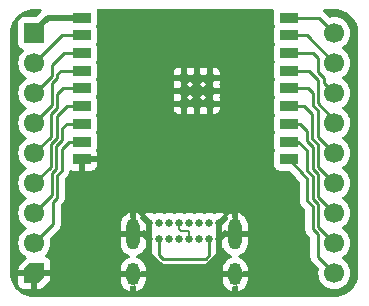
<source format=gbr>
%TF.GenerationSoftware,KiCad,Pcbnew,8.0.4*%
%TF.CreationDate,2024-07-28T04:47:57-04:00*%
%TF.ProjectId,esp32-c3-wroom-socket,65737033-322d-4633-932d-77726f6f6d2d,rev?*%
%TF.SameCoordinates,Original*%
%TF.FileFunction,Copper,L1,Top*%
%TF.FilePolarity,Positive*%
%FSLAX46Y46*%
G04 Gerber Fmt 4.6, Leading zero omitted, Abs format (unit mm)*
G04 Created by KiCad (PCBNEW 8.0.4) date 2024-07-28 04:47:57*
%MOMM*%
%LPD*%
G01*
G04 APERTURE LIST*
G04 Aperture macros list*
%AMOutline5P*
0 Free polygon, 5 corners , with rotation*
0 The origin of the aperture is its center*
0 number of corners: always 5*
0 $1 to $10 corner X, Y*
0 $11 Rotation angle, in degrees counterclockwise*
0 create outline with 5 corners*
4,1,5,$1,$2,$3,$4,$5,$6,$7,$8,$9,$10,$1,$2,$11*%
%AMOutline6P*
0 Free polygon, 6 corners , with rotation*
0 The origin of the aperture is its center*
0 number of corners: always 6*
0 $1 to $12 corner X, Y*
0 $13 Rotation angle, in degrees counterclockwise*
0 create outline with 6 corners*
4,1,6,$1,$2,$3,$4,$5,$6,$7,$8,$9,$10,$11,$12,$1,$2,$13*%
%AMOutline7P*
0 Free polygon, 7 corners , with rotation*
0 The origin of the aperture is its center*
0 number of corners: always 7*
0 $1 to $14 corner X, Y*
0 $15 Rotation angle, in degrees counterclockwise*
0 create outline with 7 corners*
4,1,7,$1,$2,$3,$4,$5,$6,$7,$8,$9,$10,$11,$12,$13,$14,$1,$2,$15*%
%AMOutline8P*
0 Free polygon, 8 corners , with rotation*
0 The origin of the aperture is its center*
0 number of corners: always 8*
0 $1 to $16 corner X, Y*
0 $17 Rotation angle, in degrees counterclockwise*
0 create outline with 8 corners*
4,1,8,$1,$2,$3,$4,$5,$6,$7,$8,$9,$10,$11,$12,$13,$14,$15,$16,$1,$2,$17*%
G04 Aperture macros list end*
%TA.AperFunction,ComponentPad*%
%ADD10R,1.700000X1.700000*%
%TD*%
%TA.AperFunction,SMDPad,CuDef*%
%ADD11R,1.500000X0.900000*%
%TD*%
%TA.AperFunction,ComponentPad*%
%ADD12C,1.700000*%
%TD*%
%TA.AperFunction,ComponentPad*%
%ADD13Outline6P,-0.850000X0.340000X-0.340000X0.850000X0.850000X0.850000X0.850000X-0.340000X0.340000X-0.850000X-0.850000X-0.850000X0.000000*%
%TD*%
%TA.AperFunction,SMDPad,CuDef*%
%ADD14R,0.700000X0.700000*%
%TD*%
%TA.AperFunction,ComponentPad*%
%ADD15C,0.400000*%
%TD*%
%TA.AperFunction,ComponentPad*%
%ADD16C,0.660400*%
%TD*%
%TA.AperFunction,ComponentPad*%
%ADD17O,1.117600X1.905000*%
%TD*%
%TA.AperFunction,ComponentPad*%
%ADD18O,1.117600X2.616200*%
%TD*%
%TA.AperFunction,Conductor*%
%ADD19C,0.500000*%
%TD*%
%TA.AperFunction,Conductor*%
%ADD20C,0.250000*%
%TD*%
%TA.AperFunction,Conductor*%
%ADD21C,0.200000*%
%TD*%
G04 APERTURE END LIST*
D10*
%TO.P,U1,1,3V3*%
%TO.N,+3V3*%
X112600000Y-59180000D03*
D11*
X116630000Y-57860000D03*
D12*
%TO.P,U1,2,EN*%
%TO.N,Net-(U1-EN)*%
X112600000Y-61720000D03*
D11*
X116630000Y-59360000D03*
D12*
%TO.P,U1,3,IO4*%
%TO.N,unconnected-(U1-IO4-Pad3)*%
X112600000Y-64260000D03*
D11*
X116630000Y-60860000D03*
D12*
%TO.P,U1,4,IO5*%
%TO.N,unconnected-(U1-IO5-Pad4)*%
X112600000Y-66800000D03*
D11*
X116630000Y-62360000D03*
D12*
%TO.P,U1,5,IO6*%
%TO.N,unconnected-(U1-IO6-Pad5)*%
X112600000Y-69340000D03*
D11*
X116630000Y-63860000D03*
D12*
%TO.P,U1,6,IO7*%
%TO.N,unconnected-(U1-IO7-Pad6)*%
X112600000Y-71880000D03*
D11*
X116630000Y-65360000D03*
D12*
%TO.P,U1,7,IO8*%
%TO.N,unconnected-(U1-IO8-Pad7)*%
X112600000Y-74420000D03*
D11*
X116630000Y-66860000D03*
D12*
%TO.P,U1,8,IO9*%
%TO.N,unconnected-(U1-IO9-Pad8)*%
X112600000Y-76960000D03*
D11*
X116630000Y-68360000D03*
D13*
%TO.P,U1,9,GND*%
%TO.N,GND*%
X112600000Y-79500000D03*
D11*
X116630000Y-69860000D03*
%TO.P,U1,10,IO10*%
%TO.N,unconnected-(U1-IO10-Pad10)*%
X134130000Y-69860000D03*
D12*
X138000000Y-79500000D03*
D11*
%TO.P,U1,11,RXD*%
%TO.N,unconnected-(U1-RXD-Pad11)*%
X134130000Y-68360000D03*
D12*
X138000000Y-76960000D03*
D11*
%TO.P,U1,12,TXD*%
%TO.N,unconnected-(U1-TXD-Pad12)*%
X134130000Y-66860000D03*
D12*
X138000000Y-74420000D03*
D11*
%TO.P,U1,13,IO18*%
%TO.N,/D-*%
X134130000Y-65360000D03*
D12*
X138000000Y-71880000D03*
D11*
%TO.P,U1,14,IO19*%
%TO.N,/D+*%
X134130000Y-63860000D03*
D12*
X138000000Y-69340000D03*
D11*
%TO.P,U1,15,IO3*%
%TO.N,unconnected-(U1-IO3-Pad15)*%
X134130000Y-62360000D03*
D12*
X138000000Y-66800000D03*
D11*
%TO.P,U1,16,IO2*%
%TO.N,unconnected-(U1-IO2-Pad16)*%
X134130000Y-60860000D03*
D12*
X138000000Y-64260000D03*
D11*
%TO.P,U1,17,IO1*%
%TO.N,unconnected-(U1-IO1-Pad17)*%
X134130000Y-59360000D03*
D12*
X138000000Y-61720000D03*
D11*
%TO.P,U1,18,IO0*%
%TO.N,unconnected-(U1-IO0-Pad18)*%
X134130000Y-57860000D03*
D12*
X138000000Y-59180000D03*
D14*
%TO.P,U1,19,GND__1*%
%TO.N,GND*%
X125240000Y-62960000D03*
%TO.P,U1,20,GND__2*%
X126340000Y-62960000D03*
%TO.P,U1,21,GND__3*%
X127440000Y-62960000D03*
%TO.P,U1,22,GND__4*%
X125240000Y-64060000D03*
%TO.P,U1,23,GND__5*%
X126340000Y-64060000D03*
%TO.P,U1,24,GND__6*%
X127440000Y-64060000D03*
%TO.P,U1,25,GND__7*%
X125240000Y-65160000D03*
%TO.P,U1,26,GND__8*%
X126340000Y-65160000D03*
%TO.P,U1,27,GND__9*%
X127440000Y-65160000D03*
D15*
%TO.P,U1,28,GND__10*%
X125790000Y-62960000D03*
%TO.P,U1,29,GND__11*%
X126890000Y-62960000D03*
%TO.P,U1,30,GND__12*%
X125240000Y-63510000D03*
%TO.P,U1,31,GND__13*%
X126340000Y-63510000D03*
%TO.P,U1,32,GND__14*%
X127440000Y-63510000D03*
%TO.P,U1,33,GND__15*%
X125790000Y-64060000D03*
%TO.P,U1,34,GND__16*%
X126890000Y-64060000D03*
%TO.P,U1,35,GND__17*%
X125240000Y-64610000D03*
%TO.P,U1,36,GND__18*%
X126340000Y-64610000D03*
%TO.P,U1,37,GND__19*%
X127440000Y-64610000D03*
%TO.P,U1,38,GND__20*%
X125790000Y-65160000D03*
%TO.P,U1,39,GND__21*%
X126890000Y-65160000D03*
%TD*%
D16*
%TO.P,J1,A1,GND*%
%TO.N,GND*%
X122314444Y-75232435D03*
%TO.P,J1,A4,VBUS*%
%TO.N,Net-(J1-VBUS-PadA4)*%
X123164445Y-75232435D03*
%TO.P,J1,A5,CC1*%
%TO.N,Net-(J1-CC1)*%
X124014443Y-75232435D03*
%TO.P,J1,A6,D+*%
%TO.N,/D+*%
X124864444Y-75232435D03*
%TO.P,J1,A7,D-*%
%TO.N,/D-*%
X125714445Y-75232435D03*
%TO.P,J1,A8,SBU1*%
%TO.N,unconnected-(J1-SBU1-PadA8)*%
X126564446Y-75232435D03*
%TO.P,J1,A9,VBUS*%
%TO.N,Net-(J1-VBUS-PadA4)*%
X127414444Y-75232435D03*
%TO.P,J1,A12,GND*%
%TO.N,GND*%
X128264445Y-75232435D03*
%TO.P,J1,B1,GND*%
X128264445Y-76582435D03*
%TO.P,J1,B4,VBUS*%
%TO.N,Net-(J1-VBUS-PadA4)*%
X127414444Y-76582435D03*
%TO.P,J1,B5,CC2*%
%TO.N,Net-(J1-CC2)*%
X126564446Y-76582435D03*
%TO.P,J1,B6,D+*%
%TO.N,/D+*%
X125714445Y-76582435D03*
%TO.P,J1,B7,D-*%
%TO.N,/D-*%
X124864444Y-76582435D03*
%TO.P,J1,B8,SBU2*%
%TO.N,unconnected-(J1-SBU2-PadB8)*%
X124014443Y-76582435D03*
%TO.P,J1,B9,VBUS*%
%TO.N,Net-(J1-VBUS-PadA4)*%
X123164445Y-76582435D03*
%TO.P,J1,B12,GND*%
%TO.N,GND*%
X122314444Y-76582435D03*
D17*
%TO.P,J1,S1,SHIELD*%
X120964459Y-79597435D03*
%TO.P,J1,S2,SHIELD*%
X129614429Y-79597435D03*
D18*
%TO.P,J1,S3,SHIELD*%
X120964444Y-76212436D03*
%TO.P,J1,S4,SHIELD*%
X129614429Y-76212435D03*
%TD*%
D19*
%TO.N,GND*%
X123386827Y-79000000D02*
X122314444Y-77927617D01*
X122314444Y-77927617D02*
X122314444Y-76582435D01*
X127213172Y-79000000D02*
X123386827Y-79000000D01*
X128264445Y-77948727D02*
X127213172Y-79000000D01*
X128264445Y-76582435D02*
X128264445Y-77948727D01*
D20*
%TO.N,Net-(J1-VBUS-PadA4)*%
X123500000Y-78300000D02*
X123164445Y-77964445D01*
X127100000Y-78300000D02*
X123500000Y-78300000D01*
X127414444Y-77985556D02*
X127100000Y-78300000D01*
X127414444Y-76582435D02*
X127414444Y-77985556D01*
X123164445Y-77964445D02*
X123164445Y-76582435D01*
D19*
%TO.N,GND*%
X122314444Y-76582435D02*
X122314444Y-75232435D01*
X128264445Y-76582435D02*
X128264445Y-75232435D01*
D21*
%TO.N,/D+*%
X125714445Y-76014445D02*
X125714445Y-76582435D01*
X125600000Y-75900000D02*
X125714445Y-76014445D01*
X125000000Y-75900000D02*
X125600000Y-75900000D01*
X124864444Y-75764444D02*
X125000000Y-75900000D01*
X124864444Y-75232435D02*
X124864444Y-75764444D01*
D20*
%TO.N,unconnected-(U1-IO5-Pad4)*%
X114550000Y-62650000D02*
X114840000Y-62360000D01*
X112600000Y-66800000D02*
X114100000Y-65300000D01*
X114840000Y-62360000D02*
X116630000Y-62360000D01*
X114550000Y-62986396D02*
X114550000Y-62650000D01*
X114100000Y-63436396D02*
X114550000Y-62986396D01*
X114100000Y-65300000D02*
X114100000Y-63436396D01*
%TO.N,unconnected-(U1-IO3-Pad15)*%
X134130000Y-62360000D02*
X135823604Y-62360000D01*
X135823604Y-62360000D02*
X136600000Y-63136396D01*
X138000000Y-66500000D02*
X138000000Y-66800000D01*
X136600000Y-63136396D02*
X136600000Y-65100000D01*
X136600000Y-65100000D02*
X138000000Y-66500000D01*
%TO.N,unconnected-(U1-IO2-Pad16)*%
X136160000Y-60860000D02*
X136600000Y-61300000D01*
X134130000Y-60860000D02*
X136160000Y-60860000D01*
X137100000Y-63000000D02*
X137100000Y-63360000D01*
X136600000Y-62500000D02*
X137100000Y-63000000D01*
X136600000Y-61300000D02*
X136600000Y-62500000D01*
X137100000Y-63360000D02*
X138000000Y-64260000D01*
%TO.N,unconnected-(U1-IO1-Pad17)*%
X134130000Y-59360000D02*
X135650000Y-59360000D01*
X138000000Y-61710000D02*
X138000000Y-61720000D01*
X135650000Y-59360000D02*
X138000000Y-61710000D01*
%TO.N,unconnected-(U1-IO0-Pad18)*%
X136680000Y-57860000D02*
X138000000Y-59180000D01*
X134130000Y-57860000D02*
X136680000Y-57860000D01*
%TO.N,unconnected-(U1-IO6-Pad5)*%
X114000000Y-67940000D02*
X114000000Y-66036396D01*
X114550000Y-65486396D02*
X114550000Y-64350000D01*
X112600000Y-69340000D02*
X114000000Y-67940000D01*
X115040000Y-63860000D02*
X116630000Y-63860000D01*
X114000000Y-66036396D02*
X114550000Y-65486396D01*
X114550000Y-64350000D02*
X115040000Y-63860000D01*
%TO.N,unconnected-(U1-IO9-Pad8)*%
X116630000Y-68360000D02*
X115540000Y-68360000D01*
X114900000Y-69000000D02*
X114900000Y-70852792D01*
X114550000Y-73106396D02*
X114200000Y-73456396D01*
X114200000Y-75360000D02*
X112600000Y-76960000D01*
X114550000Y-71202792D02*
X114550000Y-73106396D01*
X114900000Y-70852792D02*
X114550000Y-71202792D01*
X115540000Y-68360000D02*
X114900000Y-69000000D01*
X114200000Y-73456396D02*
X114200000Y-75360000D01*
%TO.N,unconnected-(U1-IO7-Pad6)*%
X114000000Y-68576396D02*
X114000000Y-70480000D01*
X114500000Y-68076396D02*
X114000000Y-68576396D01*
X115340000Y-65360000D02*
X114500000Y-66200000D01*
X114000000Y-70480000D02*
X112600000Y-71880000D01*
X116630000Y-65360000D02*
X115340000Y-65360000D01*
X114500000Y-66200000D02*
X114500000Y-68076396D01*
%TO.N,/D+*%
X136150000Y-64250000D02*
X136150000Y-65286396D01*
X136600000Y-67940000D02*
X138000000Y-69340000D01*
X136150000Y-65286396D02*
X136600000Y-65736396D01*
X134130000Y-63860000D02*
X135760000Y-63860000D01*
X135760000Y-63860000D02*
X136150000Y-64250000D01*
X136600000Y-65736396D02*
X136600000Y-67940000D01*
D19*
%TO.N,+3V3*%
X113740000Y-57860000D02*
X116630000Y-57860000D01*
X112600000Y-59000000D02*
X113740000Y-57860000D01*
D21*
X112600000Y-59180000D02*
X112600000Y-59000000D01*
D20*
%TO.N,unconnected-(U1-IO10-Pad10)*%
X136600000Y-76196396D02*
X136600000Y-78100000D01*
X134130000Y-69860000D02*
X135250000Y-70980000D01*
X136150000Y-75746396D02*
X136600000Y-76196396D01*
X135250000Y-70980000D02*
X135250000Y-71039188D01*
X135700000Y-73392792D02*
X136150000Y-73842792D01*
X136150000Y-73842792D02*
X136150000Y-75746396D01*
X135700000Y-71489188D02*
X135700000Y-73392792D01*
X135250000Y-71039188D02*
X135700000Y-71489188D01*
X136600000Y-78100000D02*
X138000000Y-79500000D01*
%TO.N,Net-(U1-EN)*%
X114960000Y-59360000D02*
X116630000Y-59360000D01*
X112600000Y-61720000D02*
X114960000Y-59360000D01*
%TO.N,unconnected-(U1-IO8-Pad7)*%
X116630000Y-66860000D02*
X115340000Y-66860000D01*
X114450000Y-68762792D02*
X114450000Y-70666396D01*
X115340000Y-66860000D02*
X114950000Y-67250000D01*
X114450000Y-70666396D02*
X114100000Y-71016396D01*
X114100000Y-72920000D02*
X112600000Y-74420000D01*
X114100000Y-71016396D02*
X114100000Y-72920000D01*
X114950000Y-68262792D02*
X114450000Y-68762792D01*
X114950000Y-67250000D02*
X114950000Y-68262792D01*
%TO.N,unconnected-(U1-RXD-Pad11)*%
X134130000Y-68360000D02*
X134960000Y-68360000D01*
X136150000Y-71302792D02*
X136150000Y-73206396D01*
X136600000Y-73656396D02*
X136600000Y-75560000D01*
X135700000Y-70852792D02*
X136150000Y-71302792D01*
X136600000Y-75560000D02*
X138000000Y-76960000D01*
X134960000Y-68360000D02*
X135700000Y-69100000D01*
X135700000Y-69100000D02*
X135700000Y-70852792D01*
X136150000Y-73206396D02*
X136600000Y-73656396D01*
%TO.N,unconnected-(U1-IO4-Pad3)*%
X115140000Y-60860000D02*
X116630000Y-60860000D01*
X112640000Y-64260000D02*
X114100000Y-62800000D01*
X114100000Y-62800000D02*
X114100000Y-61900000D01*
X114100000Y-61900000D02*
X115140000Y-60860000D01*
X112600000Y-64260000D02*
X112640000Y-64260000D01*
%TO.N,unconnected-(U1-TXD-Pad12)*%
X134130000Y-66860000D02*
X135060000Y-66860000D01*
X135060000Y-66860000D02*
X135650000Y-67450000D01*
X135650000Y-68350000D02*
X136150000Y-68850000D01*
X136600000Y-73020000D02*
X138000000Y-74420000D01*
X135650000Y-67450000D02*
X135650000Y-68350000D01*
X136150000Y-68850000D02*
X136150000Y-70666396D01*
X136600000Y-71116396D02*
X136600000Y-73020000D01*
X136150000Y-70666396D02*
X136600000Y-71116396D01*
%TO.N,/D-*%
X136600000Y-70480000D02*
X138000000Y-71880000D01*
X136600000Y-68600000D02*
X136600000Y-70480000D01*
X136100000Y-68100000D02*
X136600000Y-68600000D01*
X134130000Y-65360000D02*
X135460000Y-65360000D01*
X136100000Y-66000000D02*
X136100000Y-68100000D01*
X135460000Y-65360000D02*
X136100000Y-66000000D01*
%TD*%
%TA.AperFunction,Conductor*%
%TO.N,GND*%
G36*
X121917107Y-75847392D02*
G01*
X121961455Y-75875893D01*
X122329718Y-76244156D01*
X122363203Y-76305479D01*
X122359969Y-76370152D01*
X122356762Y-76380021D01*
X122354863Y-76379235D01*
X122274025Y-76379235D01*
X122199340Y-76410170D01*
X122142179Y-76467331D01*
X122111244Y-76542016D01*
X122111244Y-76622854D01*
X122142179Y-76697539D01*
X122199340Y-76754700D01*
X122244360Y-76773347D01*
X122207780Y-76782592D01*
X122141538Y-76760370D01*
X122124819Y-76746363D01*
X121840892Y-76462436D01*
X121588944Y-76462436D01*
X121521905Y-76442751D01*
X121476150Y-76389947D01*
X121464944Y-76338436D01*
X121464944Y-76086436D01*
X121484629Y-76019397D01*
X121537433Y-75973642D01*
X121588944Y-75962436D01*
X121699550Y-75962436D01*
X121786092Y-75875893D01*
X121847415Y-75842408D01*
X121917107Y-75847392D01*
G37*
%TD.AperFunction*%
%TA.AperFunction,Conductor*%
G36*
X128748447Y-75847392D02*
G01*
X128792795Y-75875893D01*
X128879337Y-75962435D01*
X128989929Y-75962435D01*
X129056968Y-75982120D01*
X129102723Y-76034924D01*
X129113929Y-76086435D01*
X129113929Y-76338435D01*
X129094244Y-76405474D01*
X129041440Y-76451229D01*
X128989929Y-76462435D01*
X128737997Y-76462435D01*
X128454069Y-76746363D01*
X128392746Y-76779848D01*
X128329717Y-76775340D01*
X128379549Y-76754700D01*
X128436710Y-76697539D01*
X128467645Y-76622854D01*
X128467645Y-76542016D01*
X128436710Y-76467331D01*
X128379549Y-76410170D01*
X128304864Y-76379235D01*
X128224026Y-76379235D01*
X128222125Y-76380022D01*
X128218918Y-76370151D01*
X128216923Y-76300315D01*
X128249169Y-76244155D01*
X128530070Y-75963256D01*
X128617432Y-75875893D01*
X128678755Y-75842408D01*
X128748447Y-75847392D01*
G37*
%TD.AperFunction*%
%TA.AperFunction,Conductor*%
G36*
X113165809Y-57160185D02*
G01*
X113211564Y-57212989D01*
X113221508Y-57282147D01*
X113192483Y-57345703D01*
X113186451Y-57352181D01*
X112745450Y-57793181D01*
X112684127Y-57826666D01*
X112657769Y-57829500D01*
X111702129Y-57829500D01*
X111702123Y-57829501D01*
X111642516Y-57835908D01*
X111507671Y-57886202D01*
X111507664Y-57886206D01*
X111392455Y-57972452D01*
X111392452Y-57972455D01*
X111306206Y-58087664D01*
X111306202Y-58087671D01*
X111255908Y-58222517D01*
X111249501Y-58282116D01*
X111249500Y-58282135D01*
X111249500Y-60077870D01*
X111249501Y-60077876D01*
X111255908Y-60137483D01*
X111306202Y-60272328D01*
X111306206Y-60272335D01*
X111392452Y-60387544D01*
X111392455Y-60387547D01*
X111507664Y-60473793D01*
X111507671Y-60473797D01*
X111639081Y-60522810D01*
X111695015Y-60564681D01*
X111719432Y-60630145D01*
X111704580Y-60698418D01*
X111683430Y-60726673D01*
X111561503Y-60848600D01*
X111425965Y-61042169D01*
X111425964Y-61042171D01*
X111326098Y-61256335D01*
X111326094Y-61256344D01*
X111264938Y-61484586D01*
X111264936Y-61484596D01*
X111244341Y-61719999D01*
X111244341Y-61720000D01*
X111264936Y-61955403D01*
X111264938Y-61955413D01*
X111326094Y-62183655D01*
X111326096Y-62183659D01*
X111326097Y-62183663D01*
X111425965Y-62397830D01*
X111425967Y-62397834D01*
X111561501Y-62591395D01*
X111561506Y-62591402D01*
X111728597Y-62758493D01*
X111728603Y-62758498D01*
X111914158Y-62888425D01*
X111957783Y-62943002D01*
X111964977Y-63012500D01*
X111933454Y-63074855D01*
X111914158Y-63091575D01*
X111728597Y-63221505D01*
X111561505Y-63388597D01*
X111425965Y-63582169D01*
X111425964Y-63582171D01*
X111326098Y-63796335D01*
X111326094Y-63796344D01*
X111264938Y-64024586D01*
X111264936Y-64024596D01*
X111244341Y-64259999D01*
X111244341Y-64260000D01*
X111264936Y-64495403D01*
X111264938Y-64495413D01*
X111326094Y-64723655D01*
X111326096Y-64723659D01*
X111326097Y-64723663D01*
X111390665Y-64862129D01*
X111425965Y-64937830D01*
X111425967Y-64937834D01*
X111561501Y-65131395D01*
X111561506Y-65131402D01*
X111728597Y-65298493D01*
X111728603Y-65298498D01*
X111914158Y-65428425D01*
X111957783Y-65483002D01*
X111964977Y-65552500D01*
X111933454Y-65614855D01*
X111914158Y-65631575D01*
X111728597Y-65761505D01*
X111561505Y-65928597D01*
X111425965Y-66122169D01*
X111425964Y-66122171D01*
X111326098Y-66336335D01*
X111326094Y-66336344D01*
X111264938Y-66564586D01*
X111264936Y-66564596D01*
X111244341Y-66799999D01*
X111244341Y-66800000D01*
X111264936Y-67035403D01*
X111264938Y-67035413D01*
X111326094Y-67263655D01*
X111326096Y-67263659D01*
X111326097Y-67263663D01*
X111370033Y-67357883D01*
X111425965Y-67477830D01*
X111425967Y-67477834D01*
X111524710Y-67618853D01*
X111552621Y-67658714D01*
X111561501Y-67671395D01*
X111561506Y-67671402D01*
X111728597Y-67838493D01*
X111728603Y-67838498D01*
X111914158Y-67968425D01*
X111957783Y-68023002D01*
X111964977Y-68092500D01*
X111933454Y-68154855D01*
X111914158Y-68171575D01*
X111728597Y-68301505D01*
X111561505Y-68468597D01*
X111425965Y-68662169D01*
X111425964Y-68662171D01*
X111326098Y-68876335D01*
X111326094Y-68876344D01*
X111264938Y-69104586D01*
X111264936Y-69104596D01*
X111244341Y-69339999D01*
X111244341Y-69340000D01*
X111264936Y-69575403D01*
X111264938Y-69575413D01*
X111326094Y-69803655D01*
X111326096Y-69803659D01*
X111326097Y-69803663D01*
X111425965Y-70017830D01*
X111425967Y-70017834D01*
X111561501Y-70211395D01*
X111561506Y-70211402D01*
X111728597Y-70378493D01*
X111728603Y-70378498D01*
X111914158Y-70508425D01*
X111957783Y-70563002D01*
X111964977Y-70632500D01*
X111933454Y-70694855D01*
X111914158Y-70711575D01*
X111728597Y-70841505D01*
X111561505Y-71008597D01*
X111425965Y-71202169D01*
X111425964Y-71202171D01*
X111326098Y-71416335D01*
X111326094Y-71416344D01*
X111264938Y-71644586D01*
X111264936Y-71644596D01*
X111244341Y-71879999D01*
X111244341Y-71880000D01*
X111264936Y-72115403D01*
X111264938Y-72115413D01*
X111326094Y-72343655D01*
X111326096Y-72343659D01*
X111326097Y-72343663D01*
X111425965Y-72557830D01*
X111425967Y-72557834D01*
X111561501Y-72751395D01*
X111561506Y-72751402D01*
X111728597Y-72918493D01*
X111728603Y-72918498D01*
X111914158Y-73048425D01*
X111957783Y-73103002D01*
X111964977Y-73172500D01*
X111933454Y-73234855D01*
X111914158Y-73251575D01*
X111728597Y-73381505D01*
X111561505Y-73548597D01*
X111425965Y-73742169D01*
X111425964Y-73742171D01*
X111326098Y-73956335D01*
X111326094Y-73956344D01*
X111264938Y-74184586D01*
X111264936Y-74184596D01*
X111244341Y-74419999D01*
X111244341Y-74420000D01*
X111264936Y-74655403D01*
X111264938Y-74655413D01*
X111326094Y-74883655D01*
X111326096Y-74883659D01*
X111326097Y-74883663D01*
X111408404Y-75060170D01*
X111425965Y-75097830D01*
X111425967Y-75097834D01*
X111520218Y-75232437D01*
X111561505Y-75291401D01*
X111728599Y-75458495D01*
X111728601Y-75458496D01*
X111728603Y-75458498D01*
X111914158Y-75588425D01*
X111957783Y-75643002D01*
X111964977Y-75712500D01*
X111933454Y-75774855D01*
X111914158Y-75791575D01*
X111728597Y-75921505D01*
X111561505Y-76088597D01*
X111425965Y-76282169D01*
X111425964Y-76282171D01*
X111326098Y-76496335D01*
X111326094Y-76496344D01*
X111264938Y-76724586D01*
X111264936Y-76724596D01*
X111244341Y-76959999D01*
X111244341Y-76960000D01*
X111264936Y-77195403D01*
X111264938Y-77195413D01*
X111326094Y-77423655D01*
X111326096Y-77423659D01*
X111326097Y-77423663D01*
X111369638Y-77517036D01*
X111425965Y-77637830D01*
X111425967Y-77637834D01*
X111528424Y-77784157D01*
X111561505Y-77831401D01*
X111728599Y-77998495D01*
X111855223Y-78087158D01*
X111887395Y-78109685D01*
X111931019Y-78164262D01*
X111938212Y-78233761D01*
X111906690Y-78296115D01*
X111903952Y-78298941D01*
X111367504Y-78835389D01*
X111367492Y-78835403D01*
X111315570Y-78902241D01*
X111315570Y-78902242D01*
X111260549Y-79035075D01*
X111250000Y-79119058D01*
X111250000Y-79250000D01*
X112166988Y-79250000D01*
X112134075Y-79307007D01*
X112100000Y-79434174D01*
X112100000Y-79565826D01*
X112134075Y-79692993D01*
X112166988Y-79750000D01*
X111250000Y-79750000D01*
X111250000Y-80397844D01*
X111256401Y-80457372D01*
X111256403Y-80457379D01*
X111306645Y-80592086D01*
X111306649Y-80592093D01*
X111392809Y-80707187D01*
X111392812Y-80707190D01*
X111507906Y-80793350D01*
X111507913Y-80793354D01*
X111642620Y-80843596D01*
X111642627Y-80843598D01*
X111702155Y-80849999D01*
X111702172Y-80850000D01*
X112350000Y-80850000D01*
X112350000Y-79933012D01*
X112407007Y-79965925D01*
X112534174Y-80000000D01*
X112665826Y-80000000D01*
X112792993Y-79965925D01*
X112850000Y-79933012D01*
X112850000Y-80850000D01*
X112980942Y-80850000D01*
X112980943Y-80849999D01*
X113064925Y-80839450D01*
X113197758Y-80784429D01*
X113264596Y-80732507D01*
X113264609Y-80732496D01*
X113832496Y-80164609D01*
X113832507Y-80164596D01*
X113884429Y-80097758D01*
X113884429Y-80097757D01*
X113939450Y-79964924D01*
X113949999Y-79880941D01*
X113950000Y-79880935D01*
X113950000Y-79750000D01*
X113033012Y-79750000D01*
X113065925Y-79692993D01*
X113100000Y-79565826D01*
X113100000Y-79434174D01*
X113065925Y-79307007D01*
X113033012Y-79250000D01*
X113950000Y-79250000D01*
X113950000Y-78602172D01*
X113949999Y-78602155D01*
X113943598Y-78542627D01*
X113943596Y-78542620D01*
X113893354Y-78407913D01*
X113893350Y-78407906D01*
X113807190Y-78292812D01*
X113807187Y-78292809D01*
X113692093Y-78206649D01*
X113692088Y-78206646D01*
X113560528Y-78157577D01*
X113504595Y-78115705D01*
X113480178Y-78050241D01*
X113495030Y-77981968D01*
X113516175Y-77953720D01*
X113638495Y-77831401D01*
X113774035Y-77637830D01*
X113873903Y-77423663D01*
X113935063Y-77195408D01*
X113955659Y-76960000D01*
X113935063Y-76724592D01*
X113908143Y-76624125D01*
X113909806Y-76554277D01*
X113940237Y-76504352D01*
X114106154Y-76338436D01*
X114685858Y-75758733D01*
X114754312Y-75656285D01*
X114780097Y-75594035D01*
X114789681Y-75570897D01*
X114789681Y-75570896D01*
X114801463Y-75542452D01*
X114813959Y-75479627D01*
X114818163Y-75458496D01*
X114818163Y-75458494D01*
X114825501Y-75421606D01*
X114825501Y-75358848D01*
X119905644Y-75358848D01*
X119905644Y-75962436D01*
X120339944Y-75962436D01*
X120406983Y-75982121D01*
X120452738Y-76034925D01*
X120463944Y-76086436D01*
X120463944Y-76338436D01*
X120444259Y-76405475D01*
X120391455Y-76451230D01*
X120339944Y-76462436D01*
X119905644Y-76462436D01*
X119905644Y-77066023D01*
X119946331Y-77270569D01*
X119946333Y-77270577D01*
X120026146Y-77463264D01*
X120142021Y-77636684D01*
X120289495Y-77784158D01*
X120462915Y-77900032D01*
X120627431Y-77968177D01*
X120681834Y-78012018D01*
X120703899Y-78078312D01*
X120686620Y-78146011D01*
X120635483Y-78193622D01*
X120627431Y-78197299D01*
X120462931Y-78265437D01*
X120289510Y-78381312D01*
X120142036Y-78528786D01*
X120026161Y-78702206D01*
X119946348Y-78894893D01*
X119946346Y-78894901D01*
X119905659Y-79099447D01*
X119905659Y-79347435D01*
X120334888Y-79347435D01*
X120401927Y-79367120D01*
X120440962Y-79412169D01*
X120442935Y-79411031D01*
X120447343Y-79418665D01*
X120447679Y-79419921D01*
X120447682Y-79419924D01*
X120449453Y-79423992D01*
X120450116Y-79425593D01*
X120449291Y-79425934D01*
X120463959Y-79480670D01*
X120463959Y-79714199D01*
X120449295Y-79768928D01*
X120450119Y-79769269D01*
X120449457Y-79770868D01*
X120448436Y-79772135D01*
X120447348Y-79776195D01*
X120447001Y-79776797D01*
X120447000Y-79776798D01*
X120442939Y-79783834D01*
X120440258Y-79782286D01*
X120405626Y-79825279D01*
X120339336Y-79847355D01*
X120334888Y-79847435D01*
X119905659Y-79847435D01*
X119905659Y-80095422D01*
X119946346Y-80299968D01*
X119946348Y-80299976D01*
X120026161Y-80492663D01*
X120142036Y-80666083D01*
X120289510Y-80813557D01*
X120462930Y-80929432D01*
X120655617Y-81009245D01*
X120655625Y-81009247D01*
X120714458Y-81020950D01*
X120714459Y-81020950D01*
X120714459Y-80660636D01*
X120734144Y-80593597D01*
X120786948Y-80547842D01*
X120856106Y-80537898D01*
X120870533Y-80540856D01*
X120891352Y-80546435D01*
X120891356Y-80546435D01*
X121037562Y-80546435D01*
X121037566Y-80546435D01*
X121058368Y-80540861D01*
X121128214Y-80542524D01*
X121186077Y-80581686D01*
X121213582Y-80645914D01*
X121214459Y-80660636D01*
X121214459Y-81020950D01*
X121273292Y-81009247D01*
X121273300Y-81009245D01*
X121465987Y-80929432D01*
X121639407Y-80813557D01*
X121786881Y-80666083D01*
X121902756Y-80492663D01*
X121982569Y-80299976D01*
X121982571Y-80299968D01*
X122023258Y-80095422D01*
X122023259Y-80095419D01*
X122023259Y-79847435D01*
X121594030Y-79847435D01*
X121526991Y-79827750D01*
X121487951Y-79782695D01*
X121485979Y-79783834D01*
X121481917Y-79776798D01*
X121481917Y-79776797D01*
X121481569Y-79776195D01*
X121481232Y-79774938D01*
X121479461Y-79770868D01*
X121478799Y-79769269D01*
X121479622Y-79768928D01*
X121464959Y-79714199D01*
X121464959Y-79480670D01*
X121479626Y-79425934D01*
X121478802Y-79425593D01*
X121479465Y-79423992D01*
X121480487Y-79422722D01*
X121481575Y-79418665D01*
X121485983Y-79411031D01*
X121488661Y-79412577D01*
X121523302Y-79369585D01*
X121589594Y-79347514D01*
X121594030Y-79347435D01*
X122023259Y-79347435D01*
X122023259Y-79099451D01*
X122023258Y-79099447D01*
X121982571Y-78894901D01*
X121982569Y-78894893D01*
X121902756Y-78702206D01*
X121786881Y-78528786D01*
X121639407Y-78381312D01*
X121465987Y-78265437D01*
X121301471Y-78197293D01*
X121247068Y-78153452D01*
X121225003Y-78087158D01*
X121242282Y-78019458D01*
X121293420Y-77971848D01*
X121301472Y-77968171D01*
X121465970Y-77900034D01*
X121639392Y-77784158D01*
X121786866Y-77636684D01*
X121902737Y-77463269D01*
X121902741Y-77463261D01*
X121908842Y-77448533D01*
X121952681Y-77394129D01*
X122018975Y-77372062D01*
X122049831Y-77376394D01*
X122050128Y-77375000D01*
X122227186Y-77412635D01*
X122401696Y-77412635D01*
X122401962Y-77412607D01*
X122402115Y-77412635D01*
X122408201Y-77412635D01*
X122408201Y-77413746D01*
X122470694Y-77425164D01*
X122521726Y-77472887D01*
X122538945Y-77535925D01*
X122538945Y-78026055D01*
X122562980Y-78146888D01*
X122562983Y-78146900D01*
X122571727Y-78168010D01*
X122610130Y-78260726D01*
X122610132Y-78260729D01*
X122610133Y-78260731D01*
X122621003Y-78276998D01*
X122633074Y-78295063D01*
X122633075Y-78295065D01*
X122678585Y-78363176D01*
X122678586Y-78363177D01*
X122678587Y-78363178D01*
X122765712Y-78450303D01*
X122765713Y-78450303D01*
X122772780Y-78457370D01*
X122772779Y-78457370D01*
X122772782Y-78457372D01*
X123014141Y-78698732D01*
X123014142Y-78698733D01*
X123101267Y-78785858D01*
X123155613Y-78822171D01*
X123203714Y-78854311D01*
X123317548Y-78901463D01*
X123438388Y-78925499D01*
X123438392Y-78925500D01*
X123438393Y-78925500D01*
X127161607Y-78925500D01*
X127222029Y-78913481D01*
X127282452Y-78901463D01*
X127282455Y-78901461D01*
X127282458Y-78901461D01*
X127315787Y-78887654D01*
X127315786Y-78887654D01*
X127315792Y-78887652D01*
X127396286Y-78854312D01*
X127447509Y-78820084D01*
X127498733Y-78785858D01*
X127585858Y-78698733D01*
X127585859Y-78698731D01*
X127592925Y-78691665D01*
X127592928Y-78691661D01*
X127813173Y-78471416D01*
X127813177Y-78471414D01*
X127900302Y-78384289D01*
X127959920Y-78295065D01*
X127959921Y-78295064D01*
X127965849Y-78286190D01*
X127968756Y-78281841D01*
X128015907Y-78168007D01*
X128020615Y-78144341D01*
X128039944Y-78047162D01*
X128039944Y-77535925D01*
X128059629Y-77468886D01*
X128112433Y-77423131D01*
X128170688Y-77413625D01*
X128170688Y-77412635D01*
X128176755Y-77412635D01*
X128176927Y-77412607D01*
X128177193Y-77412635D01*
X128351703Y-77412635D01*
X128528761Y-77375000D01*
X128529339Y-77377719D01*
X128586938Y-77376047D01*
X128646787Y-77412100D01*
X128670030Y-77448533D01*
X128676131Y-77463261D01*
X128792006Y-77636683D01*
X128939480Y-77784157D01*
X129112900Y-77900032D01*
X129277409Y-77968174D01*
X129331812Y-78012015D01*
X129353877Y-78078309D01*
X129336598Y-78146009D01*
X129285460Y-78193619D01*
X129277409Y-78197296D01*
X129112900Y-78265437D01*
X128939480Y-78381312D01*
X128792006Y-78528786D01*
X128676131Y-78702206D01*
X128596318Y-78894893D01*
X128596316Y-78894901D01*
X128555629Y-79099447D01*
X128555629Y-79347435D01*
X128984858Y-79347435D01*
X129051897Y-79367120D01*
X129090932Y-79412169D01*
X129092905Y-79411031D01*
X129097313Y-79418665D01*
X129097649Y-79419921D01*
X129097652Y-79419924D01*
X129099423Y-79423992D01*
X129100086Y-79425593D01*
X129099261Y-79425934D01*
X129113929Y-79480670D01*
X129113929Y-79714199D01*
X129099265Y-79768928D01*
X129100089Y-79769269D01*
X129099427Y-79770868D01*
X129098406Y-79772135D01*
X129097318Y-79776195D01*
X129096971Y-79776797D01*
X129096970Y-79776798D01*
X129092909Y-79783834D01*
X129090228Y-79782286D01*
X129055596Y-79825279D01*
X128989306Y-79847355D01*
X128984858Y-79847435D01*
X128555629Y-79847435D01*
X128555629Y-80095422D01*
X128596316Y-80299968D01*
X128596318Y-80299976D01*
X128676131Y-80492663D01*
X128792006Y-80666083D01*
X128939480Y-80813557D01*
X129112900Y-80929432D01*
X129305587Y-81009245D01*
X129305595Y-81009247D01*
X129364428Y-81020950D01*
X129364429Y-81020950D01*
X129364429Y-80660636D01*
X129384114Y-80593597D01*
X129436918Y-80547842D01*
X129506076Y-80537898D01*
X129520503Y-80540856D01*
X129541322Y-80546435D01*
X129541326Y-80546435D01*
X129687532Y-80546435D01*
X129687536Y-80546435D01*
X129708338Y-80540861D01*
X129778184Y-80542524D01*
X129836047Y-80581686D01*
X129863552Y-80645914D01*
X129864429Y-80660636D01*
X129864429Y-81020950D01*
X129923262Y-81009247D01*
X129923270Y-81009245D01*
X130115957Y-80929432D01*
X130289377Y-80813557D01*
X130436851Y-80666083D01*
X130552726Y-80492663D01*
X130632539Y-80299976D01*
X130632541Y-80299968D01*
X130673228Y-80095422D01*
X130673229Y-80095419D01*
X130673229Y-79847435D01*
X130244000Y-79847435D01*
X130176961Y-79827750D01*
X130137921Y-79782695D01*
X130135949Y-79783834D01*
X130131887Y-79776798D01*
X130131887Y-79776797D01*
X130131539Y-79776195D01*
X130131202Y-79774938D01*
X130129431Y-79770868D01*
X130128769Y-79769269D01*
X130129592Y-79768928D01*
X130114929Y-79714199D01*
X130114929Y-79480670D01*
X130129596Y-79425934D01*
X130128772Y-79425593D01*
X130129435Y-79423992D01*
X130130457Y-79422722D01*
X130131545Y-79418665D01*
X130135953Y-79411031D01*
X130138631Y-79412577D01*
X130173272Y-79369585D01*
X130239564Y-79347514D01*
X130244000Y-79347435D01*
X130673229Y-79347435D01*
X130673229Y-79099451D01*
X130673228Y-79099447D01*
X130632541Y-78894901D01*
X130632539Y-78894893D01*
X130552726Y-78702206D01*
X130436851Y-78528786D01*
X130289377Y-78381312D01*
X130115957Y-78265438D01*
X129951448Y-78197296D01*
X129897045Y-78153455D01*
X129874980Y-78087161D01*
X129892259Y-78019461D01*
X129943397Y-77971851D01*
X129951448Y-77968174D01*
X130115957Y-77900031D01*
X130289377Y-77784157D01*
X130436851Y-77636683D01*
X130552726Y-77463263D01*
X130632539Y-77270576D01*
X130632541Y-77270568D01*
X130673228Y-77066022D01*
X130673229Y-77066019D01*
X130673229Y-76462435D01*
X130238929Y-76462435D01*
X130171890Y-76442750D01*
X130126135Y-76389946D01*
X130114929Y-76338435D01*
X130114929Y-76086435D01*
X130134614Y-76019396D01*
X130187418Y-75973641D01*
X130238929Y-75962435D01*
X130673229Y-75962435D01*
X130673229Y-75358851D01*
X130673228Y-75358847D01*
X130632541Y-75154301D01*
X130632539Y-75154293D01*
X130552726Y-74961606D01*
X130436851Y-74788186D01*
X130289377Y-74640712D01*
X130115957Y-74524837D01*
X129923268Y-74445023D01*
X129923264Y-74445022D01*
X129864429Y-74433318D01*
X129864429Y-74793633D01*
X129844744Y-74860672D01*
X129791940Y-74906427D01*
X129722782Y-74916371D01*
X129708341Y-74913409D01*
X129687536Y-74907835D01*
X129541322Y-74907835D01*
X129520519Y-74913408D01*
X129450670Y-74911744D01*
X129392808Y-74872580D01*
X129365306Y-74808351D01*
X129364429Y-74793633D01*
X129364429Y-74433319D01*
X129364428Y-74433318D01*
X129305593Y-74445022D01*
X129305589Y-74445023D01*
X129112897Y-74524839D01*
X129112896Y-74524839D01*
X128939491Y-74640705D01*
X128939482Y-74640712D01*
X128923547Y-74656645D01*
X128970986Y-74704085D01*
X129004470Y-74765409D01*
X128999486Y-74835100D01*
X128970985Y-74879447D01*
X128454069Y-75396363D01*
X128392746Y-75429848D01*
X128329717Y-75425340D01*
X128379549Y-75404700D01*
X128436710Y-75347539D01*
X128467645Y-75272854D01*
X128467645Y-75192016D01*
X128436710Y-75117331D01*
X128379549Y-75060170D01*
X128304864Y-75029235D01*
X128224026Y-75029235D01*
X128222125Y-75030022D01*
X128218918Y-75020151D01*
X128216923Y-74950315D01*
X128249169Y-74894156D01*
X128648615Y-74494711D01*
X128522401Y-74438518D01*
X128351703Y-74402235D01*
X128177187Y-74402235D01*
X128006488Y-74438518D01*
X128006484Y-74438519D01*
X127890492Y-74490161D01*
X127821242Y-74499445D01*
X127789622Y-74490160D01*
X127672563Y-74438041D01*
X127672557Y-74438039D01*
X127538058Y-74409451D01*
X127501754Y-74401735D01*
X127327134Y-74401735D01*
X127290830Y-74409451D01*
X127156331Y-74438039D01*
X127082243Y-74471025D01*
X127039879Y-74489887D01*
X126970631Y-74499171D01*
X126939011Y-74489887D01*
X126822560Y-74438040D01*
X126822558Y-74438039D01*
X126822559Y-74438039D01*
X126688060Y-74409451D01*
X126651756Y-74401735D01*
X126477136Y-74401735D01*
X126447195Y-74408098D01*
X126306332Y-74438039D01*
X126306330Y-74438040D01*
X126189880Y-74489887D01*
X126120630Y-74499171D01*
X126089010Y-74489887D01*
X125972560Y-74438040D01*
X125972558Y-74438039D01*
X125838059Y-74409451D01*
X125801755Y-74401735D01*
X125627135Y-74401735D01*
X125597194Y-74408098D01*
X125456331Y-74438039D01*
X125456329Y-74438040D01*
X125339879Y-74489887D01*
X125270629Y-74499171D01*
X125239009Y-74489887D01*
X125122559Y-74438040D01*
X125122557Y-74438039D01*
X124988058Y-74409451D01*
X124951754Y-74401735D01*
X124777134Y-74401735D01*
X124747193Y-74408098D01*
X124606330Y-74438039D01*
X124606328Y-74438040D01*
X124489878Y-74489887D01*
X124420628Y-74499171D01*
X124389008Y-74489887D01*
X124272558Y-74438040D01*
X124272556Y-74438039D01*
X124138057Y-74409451D01*
X124101753Y-74401735D01*
X123927133Y-74401735D01*
X123890829Y-74409451D01*
X123756330Y-74438039D01*
X123682242Y-74471025D01*
X123639878Y-74489887D01*
X123570630Y-74499171D01*
X123539010Y-74489887D01*
X123422559Y-74438040D01*
X123422557Y-74438039D01*
X123422558Y-74438039D01*
X123288059Y-74409451D01*
X123251755Y-74401735D01*
X123077135Y-74401735D01*
X123047194Y-74408098D01*
X122906331Y-74438039D01*
X122906329Y-74438040D01*
X122789264Y-74490161D01*
X122720014Y-74499445D01*
X122688394Y-74490161D01*
X122572400Y-74438518D01*
X122401702Y-74402235D01*
X122227186Y-74402235D01*
X122056487Y-74438518D01*
X121930272Y-74494711D01*
X122329718Y-74894156D01*
X122363203Y-74955479D01*
X122359969Y-75020152D01*
X122356762Y-75030021D01*
X122354863Y-75029235D01*
X122274025Y-75029235D01*
X122199340Y-75060170D01*
X122142179Y-75117331D01*
X122111244Y-75192016D01*
X122111244Y-75272854D01*
X122142179Y-75347539D01*
X122199340Y-75404700D01*
X122244360Y-75423347D01*
X122207780Y-75432592D01*
X122141538Y-75410370D01*
X122124819Y-75396363D01*
X121607902Y-74879446D01*
X121574417Y-74818123D01*
X121579401Y-74748431D01*
X121607902Y-74704084D01*
X121655332Y-74656654D01*
X121655332Y-74656653D01*
X121639392Y-74640713D01*
X121465972Y-74524838D01*
X121273283Y-74445024D01*
X121273279Y-74445023D01*
X121214444Y-74433319D01*
X121214444Y-74793634D01*
X121194759Y-74860673D01*
X121141955Y-74906428D01*
X121072797Y-74916372D01*
X121058356Y-74913410D01*
X121037551Y-74907836D01*
X120891337Y-74907836D01*
X120870534Y-74913409D01*
X120800685Y-74911745D01*
X120742823Y-74872581D01*
X120715321Y-74808352D01*
X120714444Y-74793634D01*
X120714444Y-74433320D01*
X120714443Y-74433319D01*
X120655608Y-74445023D01*
X120655604Y-74445024D01*
X120462915Y-74524838D01*
X120289495Y-74640713D01*
X120142021Y-74788187D01*
X120026146Y-74961607D01*
X119946333Y-75154294D01*
X119946331Y-75154302D01*
X119905644Y-75358848D01*
X114825501Y-75358848D01*
X114825501Y-75293283D01*
X114825500Y-75293257D01*
X114825500Y-73766848D01*
X114845185Y-73699809D01*
X114861815Y-73679170D01*
X114948729Y-73592256D01*
X114948733Y-73592254D01*
X115035858Y-73505129D01*
X115104311Y-73402682D01*
X115104312Y-73402681D01*
X115151463Y-73288847D01*
X115162203Y-73234855D01*
X115167080Y-73210339D01*
X115174605Y-73172500D01*
X115175500Y-73168002D01*
X115175500Y-71513244D01*
X115195185Y-71446205D01*
X115211815Y-71425566D01*
X115298729Y-71338652D01*
X115298733Y-71338650D01*
X115385858Y-71251525D01*
X115418836Y-71202169D01*
X115437254Y-71174605D01*
X115437256Y-71174602D01*
X115454311Y-71149079D01*
X115454311Y-71149078D01*
X115454312Y-71149077D01*
X115489084Y-71065129D01*
X115501463Y-71035244D01*
X115525500Y-70914398D01*
X115525500Y-70890019D01*
X115545185Y-70822980D01*
X115597989Y-70777225D01*
X115667147Y-70767281D01*
X115692834Y-70773838D01*
X115772616Y-70803595D01*
X115772627Y-70803598D01*
X115832155Y-70809999D01*
X115832172Y-70810000D01*
X116380000Y-70810000D01*
X116880000Y-70810000D01*
X117427828Y-70810000D01*
X117427844Y-70809999D01*
X117487372Y-70803598D01*
X117487379Y-70803596D01*
X117622086Y-70753354D01*
X117622093Y-70753350D01*
X117737187Y-70667190D01*
X117737190Y-70667187D01*
X117823350Y-70552093D01*
X117823354Y-70552086D01*
X117873596Y-70417379D01*
X117873598Y-70417372D01*
X117879999Y-70357844D01*
X117880000Y-70357827D01*
X117880000Y-70110000D01*
X116880000Y-70110000D01*
X116880000Y-70810000D01*
X116380000Y-70810000D01*
X116380000Y-69734000D01*
X116399685Y-69666961D01*
X116452489Y-69621206D01*
X116504000Y-69610000D01*
X117880000Y-69610000D01*
X117880000Y-69362172D01*
X117879999Y-69362155D01*
X117873598Y-69302627D01*
X117873597Y-69302623D01*
X117820253Y-69159602D01*
X117822067Y-69158925D01*
X117809616Y-69101674D01*
X117821570Y-69060966D01*
X117820696Y-69060640D01*
X117823794Y-69052333D01*
X117823796Y-69052331D01*
X117874091Y-68917483D01*
X117880500Y-68857873D01*
X117880499Y-67862128D01*
X117874091Y-67802517D01*
X117823796Y-67667669D01*
X117823794Y-67667666D01*
X117820696Y-67659360D01*
X117822426Y-67658714D01*
X117809902Y-67601163D01*
X117821691Y-67561011D01*
X117820696Y-67560640D01*
X117823794Y-67552333D01*
X117823796Y-67552331D01*
X117874091Y-67417483D01*
X117880500Y-67357873D01*
X117880499Y-66362128D01*
X117874091Y-66302517D01*
X117823796Y-66167669D01*
X117823794Y-66167666D01*
X117820696Y-66159360D01*
X117822426Y-66158714D01*
X117809902Y-66101163D01*
X117821691Y-66061011D01*
X117820696Y-66060640D01*
X117823794Y-66052333D01*
X117823796Y-66052331D01*
X117874091Y-65917483D01*
X117880500Y-65857873D01*
X117880500Y-65557844D01*
X124390000Y-65557844D01*
X124396401Y-65617372D01*
X124396403Y-65617379D01*
X124446645Y-65752086D01*
X124446649Y-65752093D01*
X124532809Y-65867187D01*
X124532812Y-65867190D01*
X124647906Y-65953350D01*
X124647913Y-65953354D01*
X124782620Y-66003596D01*
X124782627Y-66003598D01*
X124842155Y-66009999D01*
X124842172Y-66010000D01*
X124990000Y-66010000D01*
X124990000Y-65410000D01*
X125490000Y-65410000D01*
X125490000Y-66010000D01*
X125637828Y-66010000D01*
X125637844Y-66009999D01*
X125697377Y-66003597D01*
X125697378Y-66003597D01*
X125746665Y-65985214D01*
X125816356Y-65980228D01*
X125833335Y-65985214D01*
X125882621Y-66003597D01*
X125942155Y-66009999D01*
X125942172Y-66010000D01*
X126090000Y-66010000D01*
X126090000Y-65410000D01*
X126590000Y-65410000D01*
X126590000Y-66010000D01*
X126737828Y-66010000D01*
X126737844Y-66009999D01*
X126797377Y-66003597D01*
X126797378Y-66003597D01*
X126846665Y-65985214D01*
X126916356Y-65980228D01*
X126933335Y-65985214D01*
X126982621Y-66003597D01*
X127042155Y-66009999D01*
X127042172Y-66010000D01*
X127190000Y-66010000D01*
X127690000Y-66010000D01*
X127837828Y-66010000D01*
X127837844Y-66009999D01*
X127897372Y-66003598D01*
X127897379Y-66003596D01*
X128032086Y-65953354D01*
X128032093Y-65953350D01*
X128147187Y-65867190D01*
X128147190Y-65867187D01*
X128233350Y-65752093D01*
X128233354Y-65752086D01*
X128283596Y-65617379D01*
X128283598Y-65617372D01*
X128289999Y-65557844D01*
X128290000Y-65557827D01*
X128290000Y-65410000D01*
X127690000Y-65410000D01*
X127690000Y-66010000D01*
X127190000Y-66010000D01*
X127190000Y-65410000D01*
X126898178Y-65410000D01*
X126898178Y-65408170D01*
X126881822Y-65409928D01*
X126881822Y-65410000D01*
X126881154Y-65410000D01*
X126867978Y-65411416D01*
X126863156Y-65410000D01*
X126590000Y-65410000D01*
X126090000Y-65410000D01*
X125798178Y-65410000D01*
X125798178Y-65408170D01*
X125781822Y-65409928D01*
X125781822Y-65410000D01*
X125781154Y-65410000D01*
X125767978Y-65411416D01*
X125763156Y-65410000D01*
X125490000Y-65410000D01*
X124990000Y-65410000D01*
X124390000Y-65410000D01*
X124390000Y-65557844D01*
X117880500Y-65557844D01*
X117880499Y-65130163D01*
X125640000Y-65130163D01*
X125640000Y-65189837D01*
X125662836Y-65244968D01*
X125705032Y-65287164D01*
X125760163Y-65310000D01*
X125819837Y-65310000D01*
X125874968Y-65287164D01*
X125917164Y-65244968D01*
X125940000Y-65189837D01*
X125940000Y-65130163D01*
X126740000Y-65130163D01*
X126740000Y-65189837D01*
X126762836Y-65244968D01*
X126805032Y-65287164D01*
X126860163Y-65310000D01*
X126919837Y-65310000D01*
X126974968Y-65287164D01*
X127017164Y-65244968D01*
X127040000Y-65189837D01*
X127040000Y-65130163D01*
X127017164Y-65075032D01*
X126974968Y-65032836D01*
X126919837Y-65010000D01*
X126860163Y-65010000D01*
X126805032Y-65032836D01*
X126762836Y-65075032D01*
X126740000Y-65130163D01*
X125940000Y-65130163D01*
X125917164Y-65075032D01*
X125874968Y-65032836D01*
X125819837Y-65010000D01*
X125760163Y-65010000D01*
X125705032Y-65032836D01*
X125662836Y-65075032D01*
X125640000Y-65130163D01*
X117880499Y-65130163D01*
X117880499Y-64862128D01*
X117874091Y-64802517D01*
X117823796Y-64667669D01*
X117823794Y-64667666D01*
X117820696Y-64659360D01*
X117822426Y-64658714D01*
X117809902Y-64601163D01*
X117821691Y-64561011D01*
X117820696Y-64560640D01*
X117823794Y-64552333D01*
X117823796Y-64552331D01*
X117859037Y-64457844D01*
X124390000Y-64457844D01*
X124396401Y-64517372D01*
X124396403Y-64517380D01*
X124414786Y-64566667D01*
X124419770Y-64636359D01*
X124414786Y-64653333D01*
X124396403Y-64702619D01*
X124396401Y-64702627D01*
X124390000Y-64762155D01*
X124390000Y-64910000D01*
X124990000Y-64910000D01*
X124990000Y-64618178D01*
X124991828Y-64618178D01*
X124990069Y-64601822D01*
X124990000Y-64601822D01*
X124990000Y-64601181D01*
X124988581Y-64587991D01*
X124990000Y-64583158D01*
X124990000Y-64580163D01*
X125090000Y-64580163D01*
X125090000Y-64639837D01*
X125112836Y-64694968D01*
X125155032Y-64737164D01*
X125210163Y-64760000D01*
X125269837Y-64760000D01*
X125324968Y-64737164D01*
X125367164Y-64694968D01*
X125390000Y-64639837D01*
X125390000Y-64610000D01*
X125522843Y-64610000D01*
X125790000Y-64877157D01*
X126057157Y-64610000D01*
X126027320Y-64580163D01*
X126190000Y-64580163D01*
X126190000Y-64639837D01*
X126212836Y-64694968D01*
X126255032Y-64737164D01*
X126310163Y-64760000D01*
X126369837Y-64760000D01*
X126424968Y-64737164D01*
X126467164Y-64694968D01*
X126490000Y-64639837D01*
X126490000Y-64610000D01*
X126622843Y-64610000D01*
X126890000Y-64877157D01*
X127157157Y-64610000D01*
X127127320Y-64580163D01*
X127290000Y-64580163D01*
X127290000Y-64639837D01*
X127312836Y-64694968D01*
X127355032Y-64737164D01*
X127410163Y-64760000D01*
X127469837Y-64760000D01*
X127524968Y-64737164D01*
X127567164Y-64694968D01*
X127590000Y-64639837D01*
X127590000Y-64601822D01*
X127688170Y-64601822D01*
X127689928Y-64618178D01*
X127690000Y-64618178D01*
X127690000Y-64618846D01*
X127691416Y-64632022D01*
X127690000Y-64636844D01*
X127690000Y-64910000D01*
X128290000Y-64910000D01*
X128290000Y-64762172D01*
X128289999Y-64762155D01*
X128283597Y-64702622D01*
X128283597Y-64702621D01*
X128265214Y-64653335D01*
X128260228Y-64583644D01*
X128265214Y-64566665D01*
X128283597Y-64517378D01*
X128283597Y-64517377D01*
X128289999Y-64457844D01*
X128290000Y-64457827D01*
X128290000Y-64310000D01*
X127690000Y-64310000D01*
X127690000Y-64601822D01*
X127688170Y-64601822D01*
X127590000Y-64601822D01*
X127590000Y-64580163D01*
X127567164Y-64525032D01*
X127524968Y-64482836D01*
X127469837Y-64460000D01*
X127410163Y-64460000D01*
X127355032Y-64482836D01*
X127312836Y-64525032D01*
X127290000Y-64580163D01*
X127127320Y-64580163D01*
X126890000Y-64342843D01*
X126622843Y-64610000D01*
X126490000Y-64610000D01*
X126490000Y-64580163D01*
X126467164Y-64525032D01*
X126424968Y-64482836D01*
X126369837Y-64460000D01*
X126310163Y-64460000D01*
X126255032Y-64482836D01*
X126212836Y-64525032D01*
X126190000Y-64580163D01*
X126027320Y-64580163D01*
X125790000Y-64342843D01*
X125522843Y-64610000D01*
X125390000Y-64610000D01*
X125390000Y-64580163D01*
X125367164Y-64525032D01*
X125324968Y-64482836D01*
X125269837Y-64460000D01*
X125210163Y-64460000D01*
X125155032Y-64482836D01*
X125112836Y-64525032D01*
X125090000Y-64580163D01*
X124990000Y-64580163D01*
X124990000Y-64310000D01*
X124390000Y-64310000D01*
X124390000Y-64457844D01*
X117859037Y-64457844D01*
X117874091Y-64417483D01*
X117880500Y-64357873D01*
X117880500Y-64030163D01*
X125640000Y-64030163D01*
X125640000Y-64089837D01*
X125662836Y-64144968D01*
X125705032Y-64187164D01*
X125760163Y-64210000D01*
X125819837Y-64210000D01*
X125874968Y-64187164D01*
X125917164Y-64144968D01*
X125940000Y-64089837D01*
X125940000Y-64030163D01*
X126740000Y-64030163D01*
X126740000Y-64089837D01*
X126762836Y-64144968D01*
X126805032Y-64187164D01*
X126860163Y-64210000D01*
X126919837Y-64210000D01*
X126974968Y-64187164D01*
X127017164Y-64144968D01*
X127040000Y-64089837D01*
X127040000Y-64030163D01*
X127017164Y-63975032D01*
X126974968Y-63932836D01*
X126919837Y-63910000D01*
X126860163Y-63910000D01*
X126805032Y-63932836D01*
X126762836Y-63975032D01*
X126740000Y-64030163D01*
X125940000Y-64030163D01*
X125917164Y-63975032D01*
X125874968Y-63932836D01*
X125819837Y-63910000D01*
X125760163Y-63910000D01*
X125705032Y-63932836D01*
X125662836Y-63975032D01*
X125640000Y-64030163D01*
X117880500Y-64030163D01*
X117880499Y-63362128D01*
X117880038Y-63357844D01*
X124390000Y-63357844D01*
X124396401Y-63417372D01*
X124396403Y-63417380D01*
X124414786Y-63466667D01*
X124419770Y-63536359D01*
X124414786Y-63553333D01*
X124396403Y-63602619D01*
X124396401Y-63602627D01*
X124390000Y-63662155D01*
X124390000Y-63810000D01*
X124990000Y-63810000D01*
X124990000Y-63518178D01*
X124991828Y-63518178D01*
X124990069Y-63501822D01*
X124990000Y-63501822D01*
X124990000Y-63501181D01*
X124988581Y-63487991D01*
X124990000Y-63483158D01*
X124990000Y-63480163D01*
X125090000Y-63480163D01*
X125090000Y-63539837D01*
X125112836Y-63594968D01*
X125155032Y-63637164D01*
X125210163Y-63660000D01*
X125269837Y-63660000D01*
X125324968Y-63637164D01*
X125367164Y-63594968D01*
X125390000Y-63539837D01*
X125390000Y-63510000D01*
X125522843Y-63510000D01*
X125790000Y-63777157D01*
X126057157Y-63510000D01*
X126027320Y-63480163D01*
X126190000Y-63480163D01*
X126190000Y-63539837D01*
X126212836Y-63594968D01*
X126255032Y-63637164D01*
X126310163Y-63660000D01*
X126369837Y-63660000D01*
X126424968Y-63637164D01*
X126467164Y-63594968D01*
X126490000Y-63539837D01*
X126490000Y-63510000D01*
X126622843Y-63510000D01*
X126890000Y-63777157D01*
X127157157Y-63510000D01*
X127127320Y-63480163D01*
X127290000Y-63480163D01*
X127290000Y-63539837D01*
X127312836Y-63594968D01*
X127355032Y-63637164D01*
X127410163Y-63660000D01*
X127469837Y-63660000D01*
X127524968Y-63637164D01*
X127567164Y-63594968D01*
X127590000Y-63539837D01*
X127590000Y-63501822D01*
X127688170Y-63501822D01*
X127689928Y-63518178D01*
X127690000Y-63518178D01*
X127690000Y-63518846D01*
X127691416Y-63532022D01*
X127690000Y-63536844D01*
X127690000Y-63810000D01*
X128290000Y-63810000D01*
X128290000Y-63662172D01*
X128289999Y-63662155D01*
X128283597Y-63602622D01*
X128283597Y-63602621D01*
X128265214Y-63553335D01*
X128260228Y-63483644D01*
X128265214Y-63466665D01*
X128283597Y-63417378D01*
X128283597Y-63417377D01*
X128289999Y-63357844D01*
X128290000Y-63357827D01*
X128290000Y-63210000D01*
X127690000Y-63210000D01*
X127690000Y-63501822D01*
X127688170Y-63501822D01*
X127590000Y-63501822D01*
X127590000Y-63480163D01*
X127567164Y-63425032D01*
X127524968Y-63382836D01*
X127469837Y-63360000D01*
X127410163Y-63360000D01*
X127355032Y-63382836D01*
X127312836Y-63425032D01*
X127290000Y-63480163D01*
X127127320Y-63480163D01*
X126890000Y-63242843D01*
X126622843Y-63510000D01*
X126490000Y-63510000D01*
X126490000Y-63480163D01*
X126467164Y-63425032D01*
X126424968Y-63382836D01*
X126369837Y-63360000D01*
X126310163Y-63360000D01*
X126255032Y-63382836D01*
X126212836Y-63425032D01*
X126190000Y-63480163D01*
X126027320Y-63480163D01*
X125790000Y-63242843D01*
X125522843Y-63510000D01*
X125390000Y-63510000D01*
X125390000Y-63480163D01*
X125367164Y-63425032D01*
X125324968Y-63382836D01*
X125269837Y-63360000D01*
X125210163Y-63360000D01*
X125155032Y-63382836D01*
X125112836Y-63425032D01*
X125090000Y-63480163D01*
X124990000Y-63480163D01*
X124990000Y-63210000D01*
X124390000Y-63210000D01*
X124390000Y-63357844D01*
X117880038Y-63357844D01*
X117874091Y-63302517D01*
X117823796Y-63167669D01*
X117823794Y-63167666D01*
X117820696Y-63159360D01*
X117822426Y-63158714D01*
X117809902Y-63101163D01*
X117821691Y-63061011D01*
X117820696Y-63060640D01*
X117823794Y-63052333D01*
X117823796Y-63052331D01*
X117869362Y-62930163D01*
X125640000Y-62930163D01*
X125640000Y-62989837D01*
X125662836Y-63044968D01*
X125705032Y-63087164D01*
X125760163Y-63110000D01*
X125819837Y-63110000D01*
X125874968Y-63087164D01*
X125917164Y-63044968D01*
X125940000Y-62989837D01*
X125940000Y-62930163D01*
X126740000Y-62930163D01*
X126740000Y-62989837D01*
X126762836Y-63044968D01*
X126805032Y-63087164D01*
X126860163Y-63110000D01*
X126919837Y-63110000D01*
X126974968Y-63087164D01*
X127017164Y-63044968D01*
X127040000Y-62989837D01*
X127040000Y-62930163D01*
X127017164Y-62875032D01*
X126974968Y-62832836D01*
X126919837Y-62810000D01*
X126860163Y-62810000D01*
X126805032Y-62832836D01*
X126762836Y-62875032D01*
X126740000Y-62930163D01*
X125940000Y-62930163D01*
X125917164Y-62875032D01*
X125874968Y-62832836D01*
X125819837Y-62810000D01*
X125760163Y-62810000D01*
X125705032Y-62832836D01*
X125662836Y-62875032D01*
X125640000Y-62930163D01*
X117869362Y-62930163D01*
X117874091Y-62917483D01*
X117880500Y-62857873D01*
X117880500Y-62562155D01*
X124390000Y-62562155D01*
X124390000Y-62710000D01*
X124990000Y-62710000D01*
X125490000Y-62710000D01*
X125781822Y-62710000D01*
X125781822Y-62711828D01*
X125798178Y-62710068D01*
X125798178Y-62710000D01*
X125798818Y-62710000D01*
X125812009Y-62708581D01*
X125816842Y-62710000D01*
X126090000Y-62710000D01*
X126590000Y-62710000D01*
X126881822Y-62710000D01*
X126881822Y-62711828D01*
X126898178Y-62710068D01*
X126898178Y-62710000D01*
X126898818Y-62710000D01*
X126912009Y-62708581D01*
X126916842Y-62710000D01*
X127190000Y-62710000D01*
X127690000Y-62710000D01*
X128290000Y-62710000D01*
X128290000Y-62562172D01*
X128289999Y-62562155D01*
X128283598Y-62502627D01*
X128283596Y-62502620D01*
X128233354Y-62367913D01*
X128233350Y-62367906D01*
X128147190Y-62252812D01*
X128147187Y-62252809D01*
X128032093Y-62166649D01*
X128032086Y-62166645D01*
X127897379Y-62116403D01*
X127897372Y-62116401D01*
X127837844Y-62110000D01*
X127690000Y-62110000D01*
X127690000Y-62710000D01*
X127190000Y-62710000D01*
X127190000Y-62110000D01*
X127042155Y-62110000D01*
X126982627Y-62116401D01*
X126982619Y-62116403D01*
X126933333Y-62134786D01*
X126863641Y-62139770D01*
X126846667Y-62134786D01*
X126797380Y-62116403D01*
X126797372Y-62116401D01*
X126737844Y-62110000D01*
X126590000Y-62110000D01*
X126590000Y-62710000D01*
X126090000Y-62710000D01*
X126090000Y-62110000D01*
X125942155Y-62110000D01*
X125882627Y-62116401D01*
X125882619Y-62116403D01*
X125833333Y-62134786D01*
X125763641Y-62139770D01*
X125746667Y-62134786D01*
X125697380Y-62116403D01*
X125697372Y-62116401D01*
X125637844Y-62110000D01*
X125490000Y-62110000D01*
X125490000Y-62710000D01*
X124990000Y-62710000D01*
X124990000Y-62110000D01*
X124842155Y-62110000D01*
X124782627Y-62116401D01*
X124782620Y-62116403D01*
X124647913Y-62166645D01*
X124647906Y-62166649D01*
X124532812Y-62252809D01*
X124532809Y-62252812D01*
X124446649Y-62367906D01*
X124446645Y-62367913D01*
X124396403Y-62502620D01*
X124396401Y-62502627D01*
X124390000Y-62562155D01*
X117880500Y-62562155D01*
X117880499Y-61862128D01*
X117874091Y-61802517D01*
X117823796Y-61667669D01*
X117823794Y-61667666D01*
X117820696Y-61659360D01*
X117822426Y-61658714D01*
X117809902Y-61601163D01*
X117821691Y-61561011D01*
X117820696Y-61560640D01*
X117823794Y-61552333D01*
X117823796Y-61552331D01*
X117874091Y-61417483D01*
X117880500Y-61357873D01*
X117880499Y-60362128D01*
X117874091Y-60302517D01*
X117823796Y-60167669D01*
X117823794Y-60167666D01*
X117820696Y-60159360D01*
X117822426Y-60158714D01*
X117809902Y-60101163D01*
X117821691Y-60061011D01*
X117820696Y-60060640D01*
X117823794Y-60052333D01*
X117823796Y-60052331D01*
X117874091Y-59917483D01*
X117880500Y-59857873D01*
X117880499Y-58862128D01*
X117874091Y-58802517D01*
X117823796Y-58667669D01*
X117823794Y-58667666D01*
X117820696Y-58659360D01*
X117822426Y-58658714D01*
X117809902Y-58601163D01*
X117821691Y-58561011D01*
X117820696Y-58560640D01*
X117823794Y-58552333D01*
X117823796Y-58552331D01*
X117874091Y-58417483D01*
X117880500Y-58357873D01*
X117880499Y-57362128D01*
X117874091Y-57302517D01*
X117874090Y-57302515D01*
X117874090Y-57302512D01*
X117872308Y-57294969D01*
X117875106Y-57294307D01*
X117871090Y-57238139D01*
X117904577Y-57176816D01*
X117965901Y-57143333D01*
X117992256Y-57140500D01*
X132767744Y-57140500D01*
X132834783Y-57160185D01*
X132880538Y-57212989D01*
X132890482Y-57282147D01*
X132887238Y-57294857D01*
X132887693Y-57294965D01*
X132885908Y-57302516D01*
X132881094Y-57347301D01*
X132879501Y-57362123D01*
X132879500Y-57362135D01*
X132879500Y-58357870D01*
X132879501Y-58357876D01*
X132885908Y-58417483D01*
X132939303Y-58560641D01*
X132937575Y-58561285D01*
X132950095Y-58618853D01*
X132938310Y-58658988D01*
X132939303Y-58659359D01*
X132885908Y-58802517D01*
X132882136Y-58837605D01*
X132879501Y-58862123D01*
X132879500Y-58862135D01*
X132879500Y-59857870D01*
X132879501Y-59857876D01*
X132885908Y-59917483D01*
X132939303Y-60060641D01*
X132937575Y-60061285D01*
X132950095Y-60118853D01*
X132938310Y-60158988D01*
X132939303Y-60159359D01*
X132885908Y-60302517D01*
X132880973Y-60348425D01*
X132879501Y-60362123D01*
X132879500Y-60362135D01*
X132879500Y-61357870D01*
X132879501Y-61357876D01*
X132885908Y-61417483D01*
X132939303Y-61560641D01*
X132937575Y-61561285D01*
X132950095Y-61618853D01*
X132938310Y-61658988D01*
X132939303Y-61659359D01*
X132885908Y-61802517D01*
X132879501Y-61862116D01*
X132879501Y-61862123D01*
X132879500Y-61862135D01*
X132879500Y-62857870D01*
X132879501Y-62857876D01*
X132885908Y-62917483D01*
X132939303Y-63060641D01*
X132937575Y-63061285D01*
X132950095Y-63118853D01*
X132938310Y-63158988D01*
X132939303Y-63159359D01*
X132885908Y-63302517D01*
X132879501Y-63362116D01*
X132879501Y-63362123D01*
X132879500Y-63362135D01*
X132879500Y-64357870D01*
X132879501Y-64357876D01*
X132885908Y-64417483D01*
X132939303Y-64560641D01*
X132937575Y-64561285D01*
X132950095Y-64618853D01*
X132938310Y-64658988D01*
X132939303Y-64659359D01*
X132885908Y-64802517D01*
X132879501Y-64862116D01*
X132879501Y-64862123D01*
X132879500Y-64862135D01*
X132879500Y-65857870D01*
X132879501Y-65857876D01*
X132885908Y-65917483D01*
X132939303Y-66060641D01*
X132937575Y-66061285D01*
X132950095Y-66118853D01*
X132938310Y-66158988D01*
X132939303Y-66159359D01*
X132885908Y-66302517D01*
X132882272Y-66336344D01*
X132879501Y-66362123D01*
X132879500Y-66362135D01*
X132879500Y-67357870D01*
X132879501Y-67357876D01*
X132885908Y-67417483D01*
X132939303Y-67560641D01*
X132937575Y-67561285D01*
X132950095Y-67618853D01*
X132938310Y-67658988D01*
X132939303Y-67659359D01*
X132885908Y-67802517D01*
X132882040Y-67838498D01*
X132879501Y-67862123D01*
X132879500Y-67862135D01*
X132879500Y-68857870D01*
X132879501Y-68857876D01*
X132885908Y-68917483D01*
X132939303Y-69060641D01*
X132937575Y-69061285D01*
X132950095Y-69118853D01*
X132938310Y-69158988D01*
X132939303Y-69159359D01*
X132885908Y-69302517D01*
X132879501Y-69362116D01*
X132879500Y-69362135D01*
X132879500Y-70357870D01*
X132879501Y-70357876D01*
X132885908Y-70417483D01*
X132936202Y-70552328D01*
X132936206Y-70552335D01*
X133022452Y-70667544D01*
X133022455Y-70667547D01*
X133137664Y-70753793D01*
X133137671Y-70753797D01*
X133272517Y-70804091D01*
X133272516Y-70804091D01*
X133279444Y-70804835D01*
X133332127Y-70810500D01*
X134144547Y-70810499D01*
X134211586Y-70830183D01*
X134232228Y-70846818D01*
X134660430Y-71275020D01*
X134687310Y-71315249D01*
X134695685Y-71335469D01*
X134695687Y-71335473D01*
X134715016Y-71364399D01*
X134715017Y-71364401D01*
X134764141Y-71437920D01*
X134764144Y-71437924D01*
X134855586Y-71529366D01*
X134855608Y-71529386D01*
X135038181Y-71711959D01*
X135071666Y-71773282D01*
X135074500Y-71799640D01*
X135074500Y-73454396D01*
X135098344Y-73574276D01*
X135098537Y-73575243D01*
X135098537Y-73575244D01*
X135145685Y-73689073D01*
X135145687Y-73689077D01*
X135165016Y-73718003D01*
X135165017Y-73718005D01*
X135214141Y-73791524D01*
X135214144Y-73791528D01*
X135305586Y-73882970D01*
X135305608Y-73882990D01*
X135488181Y-74065563D01*
X135521666Y-74126886D01*
X135524500Y-74153244D01*
X135524500Y-75808006D01*
X135548535Y-75928840D01*
X135548539Y-75928854D01*
X135559703Y-75955806D01*
X135595685Y-76042677D01*
X135595690Y-76042686D01*
X135626370Y-76088600D01*
X135626371Y-76088601D01*
X135664141Y-76145129D01*
X135755586Y-76236574D01*
X135755608Y-76236594D01*
X135938181Y-76419167D01*
X135971666Y-76480490D01*
X135974500Y-76506848D01*
X135974500Y-78161608D01*
X135975773Y-78168007D01*
X135998403Y-78281780D01*
X135998538Y-78282455D01*
X136045685Y-78396280D01*
X136045687Y-78396283D01*
X136045688Y-78396286D01*
X136053452Y-78407906D01*
X136079914Y-78447507D01*
X136079915Y-78447509D01*
X136114141Y-78498733D01*
X136205586Y-78590178D01*
X136205608Y-78590198D01*
X136659762Y-79044352D01*
X136693247Y-79105675D01*
X136691856Y-79164126D01*
X136664938Y-79264586D01*
X136664936Y-79264596D01*
X136644341Y-79499999D01*
X136644341Y-79500000D01*
X136664936Y-79735403D01*
X136664938Y-79735413D01*
X136726094Y-79963655D01*
X136726096Y-79963659D01*
X136726097Y-79963663D01*
X136788626Y-80097757D01*
X136825965Y-80177830D01*
X136825967Y-80177834D01*
X136933984Y-80332097D01*
X136961505Y-80371401D01*
X137128599Y-80538495D01*
X137190282Y-80581686D01*
X137322165Y-80674032D01*
X137322167Y-80674033D01*
X137322170Y-80674035D01*
X137536337Y-80773903D01*
X137764592Y-80835063D01*
X137935319Y-80850000D01*
X137999999Y-80855659D01*
X138000000Y-80855659D01*
X138000001Y-80855659D01*
X138064681Y-80850000D01*
X138235408Y-80835063D01*
X138463663Y-80773903D01*
X138677830Y-80674035D01*
X138871401Y-80538495D01*
X139038495Y-80371401D01*
X139174035Y-80177830D01*
X139273903Y-79963663D01*
X139335063Y-79735408D01*
X139355659Y-79500000D01*
X139335063Y-79264592D01*
X139273903Y-79036337D01*
X139174035Y-78822171D01*
X139172575Y-78820085D01*
X139038494Y-78628597D01*
X138871402Y-78461506D01*
X138871396Y-78461501D01*
X138685842Y-78331575D01*
X138642217Y-78276998D01*
X138635023Y-78207500D01*
X138666546Y-78145145D01*
X138685842Y-78128425D01*
X138744777Y-78087158D01*
X138871401Y-77998495D01*
X139038495Y-77831401D01*
X139174035Y-77637830D01*
X139273903Y-77423663D01*
X139335063Y-77195408D01*
X139355659Y-76960000D01*
X139335063Y-76724592D01*
X139273903Y-76496337D01*
X139174035Y-76282171D01*
X139139085Y-76232256D01*
X139038494Y-76088597D01*
X138871402Y-75921506D01*
X138871396Y-75921501D01*
X138685842Y-75791575D01*
X138642217Y-75736998D01*
X138635023Y-75667500D01*
X138666546Y-75605145D01*
X138685842Y-75588425D01*
X138751498Y-75542452D01*
X138871401Y-75458495D01*
X139038495Y-75291401D01*
X139174035Y-75097830D01*
X139273903Y-74883663D01*
X139335063Y-74655408D01*
X139355659Y-74420000D01*
X139335063Y-74184592D01*
X139273903Y-73956337D01*
X139174035Y-73742171D01*
X139157113Y-73718003D01*
X139038494Y-73548597D01*
X138871402Y-73381506D01*
X138871396Y-73381501D01*
X138685842Y-73251575D01*
X138642217Y-73196998D01*
X138635023Y-73127500D01*
X138666546Y-73065145D01*
X138685842Y-73048425D01*
X138708026Y-73032891D01*
X138871401Y-72918495D01*
X139038495Y-72751401D01*
X139174035Y-72557830D01*
X139273903Y-72343663D01*
X139335063Y-72115408D01*
X139355659Y-71880000D01*
X139335063Y-71644592D01*
X139273903Y-71416337D01*
X139174035Y-71202171D01*
X139154734Y-71174605D01*
X139038494Y-71008597D01*
X138871402Y-70841506D01*
X138871396Y-70841501D01*
X138685842Y-70711575D01*
X138642217Y-70656998D01*
X138635023Y-70587500D01*
X138666546Y-70525145D01*
X138685842Y-70508425D01*
X138815720Y-70417483D01*
X138871401Y-70378495D01*
X139038495Y-70211401D01*
X139174035Y-70017830D01*
X139273903Y-69803663D01*
X139335063Y-69575408D01*
X139355659Y-69340000D01*
X139335063Y-69104592D01*
X139273903Y-68876337D01*
X139174035Y-68662171D01*
X139038495Y-68468599D01*
X139038494Y-68468597D01*
X138871402Y-68301506D01*
X138871396Y-68301501D01*
X138685842Y-68171575D01*
X138642217Y-68116998D01*
X138635023Y-68047500D01*
X138666546Y-67985145D01*
X138685842Y-67968425D01*
X138708026Y-67952891D01*
X138871401Y-67838495D01*
X139038495Y-67671401D01*
X139174035Y-67477830D01*
X139273903Y-67263663D01*
X139335063Y-67035408D01*
X139355659Y-66800000D01*
X139335063Y-66564592D01*
X139284033Y-66374142D01*
X139273905Y-66336344D01*
X139273904Y-66336343D01*
X139273903Y-66336337D01*
X139174035Y-66122171D01*
X139163597Y-66107263D01*
X139038494Y-65928597D01*
X138871402Y-65761506D01*
X138871396Y-65761501D01*
X138685842Y-65631575D01*
X138642217Y-65576998D01*
X138635023Y-65507500D01*
X138666546Y-65445145D01*
X138685842Y-65428425D01*
X138710133Y-65411416D01*
X138871401Y-65298495D01*
X139038495Y-65131401D01*
X139174035Y-64937830D01*
X139273903Y-64723663D01*
X139335063Y-64495408D01*
X139355659Y-64260000D01*
X139335063Y-64024592D01*
X139273903Y-63796337D01*
X139174035Y-63582171D01*
X139141958Y-63536359D01*
X139038494Y-63388597D01*
X138871402Y-63221506D01*
X138871396Y-63221501D01*
X138685842Y-63091575D01*
X138642217Y-63036998D01*
X138635023Y-62967500D01*
X138666546Y-62905145D01*
X138685842Y-62888425D01*
X138797844Y-62810000D01*
X138871401Y-62758495D01*
X139038495Y-62591401D01*
X139174035Y-62397830D01*
X139273903Y-62183663D01*
X139335063Y-61955408D01*
X139355659Y-61720000D01*
X139335063Y-61484592D01*
X139273903Y-61256337D01*
X139174035Y-61042171D01*
X139038495Y-60848599D01*
X139038494Y-60848597D01*
X138871402Y-60681506D01*
X138871396Y-60681501D01*
X138685842Y-60551575D01*
X138642217Y-60496998D01*
X138635023Y-60427500D01*
X138666546Y-60365145D01*
X138685842Y-60348425D01*
X138751405Y-60302517D01*
X138871401Y-60218495D01*
X139038495Y-60051401D01*
X139174035Y-59857830D01*
X139273903Y-59643663D01*
X139335063Y-59415408D01*
X139355659Y-59180000D01*
X139335063Y-58944592D01*
X139273903Y-58716337D01*
X139174035Y-58502171D01*
X139102157Y-58399517D01*
X139038494Y-58308597D01*
X138871402Y-58141506D01*
X138871395Y-58141501D01*
X138677834Y-58005967D01*
X138677830Y-58005965D01*
X138463663Y-57906097D01*
X138463659Y-57906096D01*
X138463655Y-57906094D01*
X138235413Y-57844938D01*
X138235403Y-57844936D01*
X138000001Y-57824341D01*
X137999999Y-57824341D01*
X137764596Y-57844936D01*
X137764586Y-57844938D01*
X137664126Y-57871856D01*
X137594276Y-57870193D01*
X137544352Y-57839762D01*
X137170198Y-57465608D01*
X137170178Y-57465586D01*
X137078736Y-57374144D01*
X137068945Y-57367602D01*
X137024141Y-57313989D01*
X137015434Y-57244664D01*
X137045589Y-57181637D01*
X137105033Y-57144918D01*
X137137837Y-57140500D01*
X137934108Y-57140500D01*
X137995933Y-57140500D01*
X138004042Y-57140765D01*
X138026774Y-57142254D01*
X138258114Y-57157417D01*
X138274172Y-57159532D01*
X138519888Y-57208408D01*
X138535554Y-57212606D01*
X138670863Y-57258537D01*
X138772788Y-57293136D01*
X138787765Y-57299339D01*
X138915079Y-57362123D01*
X139012460Y-57410146D01*
X139026508Y-57418256D01*
X139234815Y-57557443D01*
X139247679Y-57567314D01*
X139436033Y-57732497D01*
X139447502Y-57743966D01*
X139612685Y-57932320D01*
X139622558Y-57945186D01*
X139640778Y-57972455D01*
X139761743Y-58153492D01*
X139769853Y-58167539D01*
X139880657Y-58392227D01*
X139886864Y-58407213D01*
X139967393Y-58644445D01*
X139971591Y-58660111D01*
X140020465Y-58905813D01*
X140022583Y-58921895D01*
X140039235Y-59175956D01*
X140039500Y-59184066D01*
X140039500Y-79495933D01*
X140039235Y-79504043D01*
X140022583Y-79758104D01*
X140020465Y-79774186D01*
X139971591Y-80019888D01*
X139967393Y-80035554D01*
X139886864Y-80272786D01*
X139880657Y-80287772D01*
X139769853Y-80512460D01*
X139761743Y-80526507D01*
X139622559Y-80734811D01*
X139612685Y-80747679D01*
X139447502Y-80936033D01*
X139436033Y-80947502D01*
X139247679Y-81112685D01*
X139234811Y-81122559D01*
X139026507Y-81261743D01*
X139012460Y-81269853D01*
X138787772Y-81380657D01*
X138772786Y-81386864D01*
X138535554Y-81467393D01*
X138519888Y-81471591D01*
X138274186Y-81520465D01*
X138258104Y-81522583D01*
X138004043Y-81539235D01*
X137995933Y-81539500D01*
X112604067Y-81539500D01*
X112595957Y-81539235D01*
X112341895Y-81522583D01*
X112325814Y-81520465D01*
X112290770Y-81513494D01*
X112080111Y-81471591D01*
X112064445Y-81467393D01*
X111827213Y-81386864D01*
X111812227Y-81380657D01*
X111587539Y-81269853D01*
X111573492Y-81261743D01*
X111365188Y-81122559D01*
X111352320Y-81112685D01*
X111347974Y-81108874D01*
X111163966Y-80947502D01*
X111152497Y-80936033D01*
X111071433Y-80843598D01*
X110987311Y-80747675D01*
X110977440Y-80734811D01*
X110975893Y-80732496D01*
X110838256Y-80526507D01*
X110830146Y-80512460D01*
X110760584Y-80371402D01*
X110719339Y-80287765D01*
X110713135Y-80272786D01*
X110632606Y-80035554D01*
X110628408Y-80019888D01*
X110617224Y-79963663D01*
X110579532Y-79774172D01*
X110577417Y-79758114D01*
X110560765Y-79504042D01*
X110560500Y-79495933D01*
X110560500Y-59184066D01*
X110560765Y-59175957D01*
X110564819Y-59114108D01*
X110577417Y-58921883D01*
X110579531Y-58905829D01*
X110628409Y-58660107D01*
X110632606Y-58644445D01*
X110660928Y-58561011D01*
X110713138Y-58407205D01*
X110719336Y-58392239D01*
X110830149Y-58167533D01*
X110838252Y-58153498D01*
X110977448Y-57945176D01*
X110987305Y-57932331D01*
X111152502Y-57743960D01*
X111163960Y-57732502D01*
X111352331Y-57567305D01*
X111365176Y-57557448D01*
X111573498Y-57418252D01*
X111587533Y-57410149D01*
X111812239Y-57299336D01*
X111827205Y-57293138D01*
X112031259Y-57223871D01*
X112064445Y-57212606D01*
X112080107Y-57208409D01*
X112325829Y-57159531D01*
X112341883Y-57157417D01*
X112574848Y-57142148D01*
X112595958Y-57140765D01*
X112604067Y-57140500D01*
X112665892Y-57140500D01*
X113098770Y-57140500D01*
X113165809Y-57160185D01*
G37*
%TD.AperFunction*%
%TD*%
M02*

</source>
